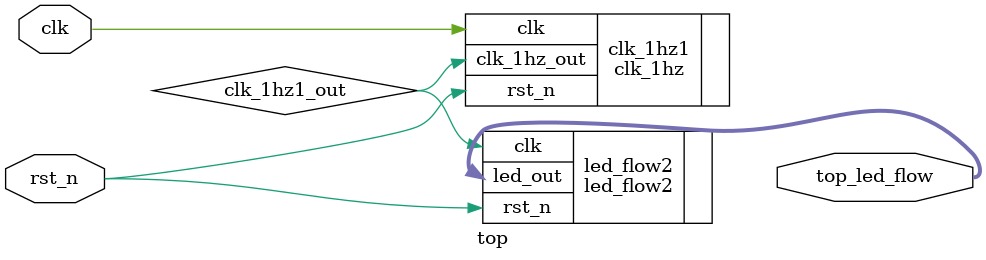
<source format=v>
module top (clk,rst_n,top_led_flow);
input clk;
input rst_n;
output [3:0] top_led_flow;  //reg? 顶层不用赋值，只用来连线；不用reg  看他的错误信息

wire  clk_1hz1_out;
// 
// reg rst_n;

clk_1hz clk_1hz1(
	.clk(clk), 
    .rst_n(rst_n), 
    .clk_1hz_out(clk_1hz1_out)
	);

led_flow2 led_flow2 (
	.clk(clk_1hz1_out),
	.rst_n(rst_n),
	.led_out(top_led_flow)
	);

endmodule
</source>
